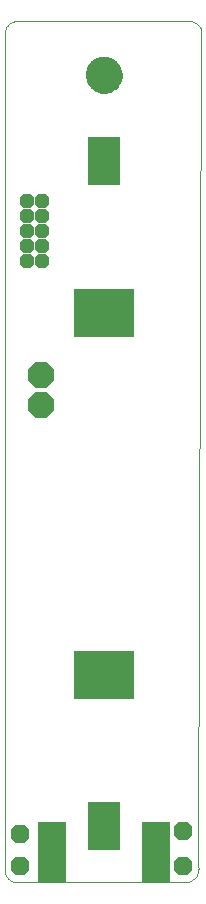
<source format=gbs>
G75*
%MOIN*%
%OFA0B0*%
%FSLAX24Y24*%
%IPPOS*%
%LPD*%
%AMOC8*
5,1,8,0,0,1.08239X$1,22.5*
%
%ADD10C,0.0000*%
%ADD11C,0.1221*%
%ADD12R,0.0940X0.2040*%
%ADD13OC8,0.0476*%
%ADD14R,0.1064X0.1615*%
%ADD15R,0.2040X0.1599*%
%ADD16OC8,0.0890*%
%ADD17OC8,0.0631*%
D10*
X000950Y004251D02*
X000950Y032151D01*
X000952Y032190D01*
X000958Y032229D01*
X000967Y032267D01*
X000980Y032304D01*
X000997Y032340D01*
X001017Y032373D01*
X001041Y032405D01*
X001067Y032434D01*
X001096Y032460D01*
X001128Y032484D01*
X001161Y032504D01*
X001197Y032521D01*
X001234Y032534D01*
X001272Y032543D01*
X001311Y032549D01*
X001350Y032551D01*
X007100Y032551D01*
X007139Y032549D01*
X007178Y032543D01*
X007216Y032534D01*
X007253Y032521D01*
X007289Y032504D01*
X007322Y032484D01*
X007354Y032460D01*
X007383Y032434D01*
X007409Y032405D01*
X007433Y032373D01*
X007453Y032340D01*
X007470Y032304D01*
X007483Y032267D01*
X007492Y032229D01*
X007498Y032190D01*
X007500Y032151D01*
X007400Y004351D01*
X007403Y004309D01*
X007402Y004267D01*
X007397Y004226D01*
X007388Y004185D01*
X007375Y004145D01*
X007359Y004107D01*
X007339Y004070D01*
X007316Y004035D01*
X007290Y004002D01*
X007261Y003972D01*
X007230Y003945D01*
X007195Y003920D01*
X007159Y003899D01*
X007121Y003882D01*
X007082Y003868D01*
X007041Y003857D01*
X007000Y003851D01*
X001350Y003851D01*
X001311Y003853D01*
X001272Y003859D01*
X001234Y003868D01*
X001197Y003881D01*
X001161Y003898D01*
X001128Y003918D01*
X001096Y003942D01*
X001067Y003968D01*
X001041Y003997D01*
X001017Y004029D01*
X000997Y004062D01*
X000980Y004098D01*
X000967Y004135D01*
X000958Y004173D01*
X000952Y004212D01*
X000950Y004251D01*
X002050Y003851D02*
X006450Y003851D01*
X003659Y030751D02*
X003661Y030799D01*
X003667Y030847D01*
X003677Y030894D01*
X003690Y030940D01*
X003708Y030985D01*
X003728Y031029D01*
X003753Y031071D01*
X003781Y031110D01*
X003811Y031147D01*
X003845Y031181D01*
X003882Y031213D01*
X003920Y031242D01*
X003961Y031267D01*
X004004Y031289D01*
X004049Y031307D01*
X004095Y031321D01*
X004142Y031332D01*
X004190Y031339D01*
X004238Y031342D01*
X004286Y031341D01*
X004334Y031336D01*
X004382Y031327D01*
X004428Y031315D01*
X004473Y031298D01*
X004517Y031278D01*
X004559Y031255D01*
X004599Y031228D01*
X004637Y031198D01*
X004672Y031165D01*
X004704Y031129D01*
X004734Y031091D01*
X004760Y031050D01*
X004782Y031007D01*
X004802Y030963D01*
X004817Y030918D01*
X004829Y030871D01*
X004837Y030823D01*
X004841Y030775D01*
X004841Y030727D01*
X004837Y030679D01*
X004829Y030631D01*
X004817Y030584D01*
X004802Y030539D01*
X004782Y030495D01*
X004760Y030452D01*
X004734Y030411D01*
X004704Y030373D01*
X004672Y030337D01*
X004637Y030304D01*
X004599Y030274D01*
X004559Y030247D01*
X004517Y030224D01*
X004473Y030204D01*
X004428Y030187D01*
X004382Y030175D01*
X004334Y030166D01*
X004286Y030161D01*
X004238Y030160D01*
X004190Y030163D01*
X004142Y030170D01*
X004095Y030181D01*
X004049Y030195D01*
X004004Y030213D01*
X003961Y030235D01*
X003920Y030260D01*
X003882Y030289D01*
X003845Y030321D01*
X003811Y030355D01*
X003781Y030392D01*
X003753Y030431D01*
X003728Y030473D01*
X003708Y030517D01*
X003690Y030562D01*
X003677Y030608D01*
X003667Y030655D01*
X003661Y030703D01*
X003659Y030751D01*
D11*
X004250Y030751D03*
D12*
X002510Y004861D03*
X005990Y004861D03*
D13*
X002200Y024551D03*
X002200Y025051D03*
X002200Y025551D03*
X002200Y026051D03*
X002200Y026551D03*
X001700Y026551D03*
X001700Y026051D03*
X001700Y025551D03*
X001700Y025051D03*
X001700Y024551D03*
D14*
X004250Y027877D03*
X004250Y005712D03*
D15*
X004250Y010751D03*
X004250Y022838D03*
D16*
X002150Y020751D03*
X002150Y019751D03*
D17*
X001450Y005451D03*
X001450Y004401D03*
X006900Y004401D03*
X006900Y005551D03*
M02*

</source>
